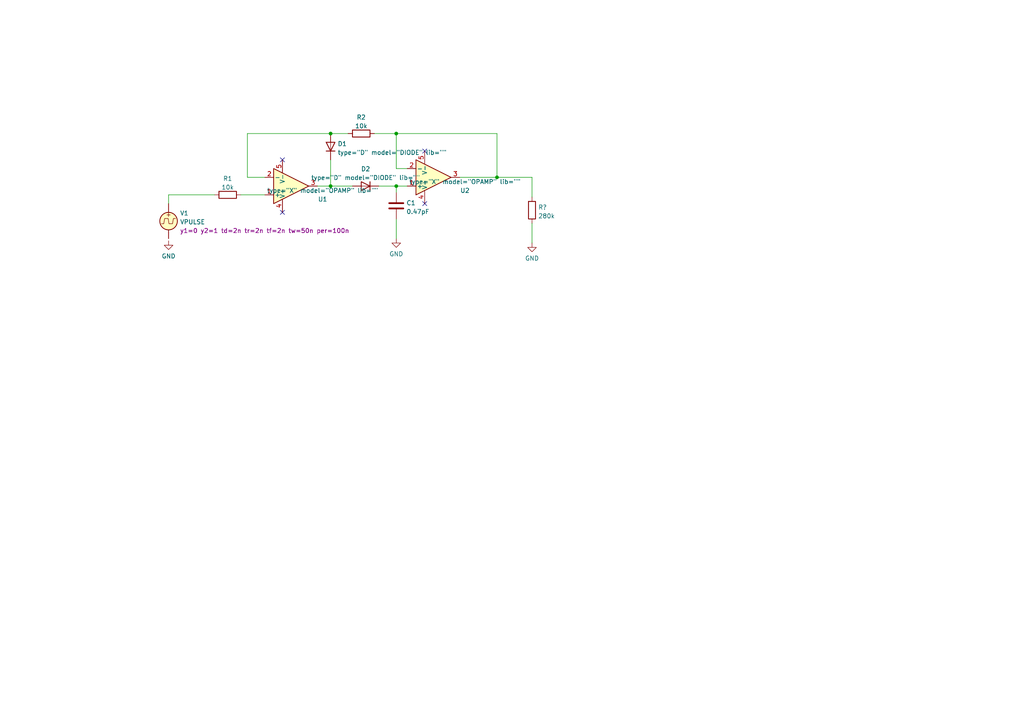
<source format=kicad_sch>
(kicad_sch (version 20211123) (generator eeschema)
  (paper "A4")
  (lib_symbols
    (symbol "Device:C" (pin_numbers hide) (pin_names (offset 0.254))
      (property "Reference" "C" (at 0.635 2.54 0))
      (property "Value" "C" (at 0.635 -2.54 0))
      (symbol "C_0_1"
        (polyline (pts (xy -2.032 -0.762) (xy 2.032 -0.762)) (stroke (width 0.508)))
        (polyline (pts (xy -2.032 0.762) (xy 2.032 0.762)) (stroke (width 0.508)))
      )
      (symbol "C_1_1"
        (pin passive line (at 0 3.81 270) (length 2.794) (name "~") (number "1"))
        (pin passive line (at 0 -3.81 90) (length 2.794) (name "~") (number "2"))
      )
    )
    (symbol "Device:R" (pin_numbers hide) (pin_names (offset 0))
      (property "Reference" "R" (at 2.032 0 90))
      (property "Value" "R" (at 0 0 90))
      (symbol "R_0_1"
        (rectangle (start -1.016 -2.54) (end 1.016 2.54) (stroke (width 0.254)))
      )
      (symbol "R_1_1"
        (pin passive line (at 0 3.81 270) (length 1.27) (name "~") (number "1"))
        (pin passive line (at 0 -3.81 90) (length 1.27) (name "~") (number "2"))
      )
    )
    (symbol "Simulation_SPICE:DIODE" (pin_numbers hide) (pin_names (offset 1.016) hide)
      (property "Reference" "D" (at 0 2.54 0))
      (property "Value" "DIODE" (at 0 -2.54 0))
      (symbol "DIODE_0_1"
        (polyline (pts (xy 1.27 0) (xy -1.27 0)))
        (polyline (pts (xy 1.27 1.27) (xy 1.27 -1.27)) (stroke (width 0.254)))
        (polyline (pts (xy -1.27 -1.27) (xy -1.27 1.27) (xy 1.27 0) (xy -1.27 -1.27)) (stroke (width 0.254)))
      )
      (symbol "DIODE_1_1"
        (pin passive line (at -3.81 0 0) (length 2.54) (name "A") (number "1"))
        (pin passive line (at 3.81 0 180) (length 2.54) (name "K") (number "2"))
      )
    )
    (symbol "Simulation_SPICE:OPAMP" (pin_names (offset 0.254))
      (property "Reference" "U" (at 3.81 3.175 0))
      (property "Value" "OPAMP" (at 3.81 -3.175 0))
      (symbol "OPAMP_0_1"
        (polyline (pts (xy 5.08 0) (xy -5.08 5.08) (xy -5.08 -5.08) (xy 5.08 0)) (stroke (width 0.254)) (fill (type background)))
      )
      (symbol "OPAMP_1_1"
        (pin input line (at -7.62 2.54 0) (length 2.54) (name "+") (number "1"))
        (pin input line (at -7.62 -2.54 0) (length 2.54) (name "-") (number "2"))
        (pin output line (at 7.62 0 180) (length 2.54) (name "~") (number "3"))
        (pin power_in line (at -2.54 7.62 270) (length 3.81) (name "V+") (number "4"))
        (pin power_in line (at -2.54 -7.62 90) (length 3.81) (name "V-") (number "5"))
      )
    )
    (symbol "Simulation_SPICE:VPULSE" (pin_numbers hide) (pin_names (offset 0.0254))
      (property "Reference" "V" (at 2.54 2.54 0))
      (property "Value" "VPULSE" (at 2.54 0 0))
      (property "Spice_Model" "pulse(0 1 2n 2n 2n 50n 100n)" (at 2.54 -2.54 0))
      (symbol "VPULSE_0_0"
        (polyline (pts (xy -2.032 -0.762) (xy -1.397 -0.762) (xy -1.143 0.762) (xy -0.127 0.762) (xy 0.127 -0.762) (xy 1.143 -0.762) (xy 1.397 0.762) (xy 2.032 0.762)))
        (text "+" (at 0 1.905 0) (effects (font (size 1.27 1.27))))
      )
      (symbol "VPULSE_0_1"
        (circle (center 0 0) (radius 2.54) (stroke (width 0.254)) (fill (type background)))
      )
      (symbol "VPULSE_1_1"
        (pin passive line (at 0 5.08 270) (length 2.54) (name "~") (number "1"))
        (pin passive line (at 0 -5.08 90) (length 2.54) (name "~") (number "2"))
      )
    )
    (symbol "power:GND" (power) (pin_names (offset 0))
      (property "Value" "GND" (at 0 -3.81 0))
      (symbol "GND_0_1"
        (polyline (pts (xy 0 0) (xy 0 -1.27) (xy 1.27 -1.27) (xy 0 -2.54) (xy -1.27 -1.27) (xy 0 -1.27)))
      )
      (symbol "GND_1_1"
        (pin power_in line (at 0 0 270) (length 0) hide (name "GND") (number "1"))
      )
    )
  )
  (junction (at 95.885 53.975))
  (junction (at 114.935 53.975))
  (junction (at 95.885 38.735))
  (junction (at 144.145 51.435))
  (junction (at 114.935 38.735))
  (no_connect (at 81.915 61.595))
  (no_connect (at 123.19 59.055))
  (no_connect (at 81.915 46.355))
  (no_connect (at 123.19 43.815))
  (wire (pts (xy 95.885 46.355) (xy 95.885 53.975)))
  (wire (pts (xy 92.075 53.975) (xy 95.885 53.975)))
  (wire (pts (xy 154.305 51.435) (xy 154.305 57.15)))
  (wire (pts (xy 114.935 53.975) (xy 118.11 53.975)))
  (wire (pts (xy 114.935 38.735) (xy 114.935 48.895)))
  (wire (pts (xy 48.895 59.055) (xy 48.895 56.515)))
  (wire (pts (xy 114.935 63.5) (xy 114.935 69.215)))
  (wire (pts (xy 71.755 51.435) (xy 76.835 51.435)))
  (wire (pts (xy 114.935 53.975) (xy 114.935 55.88)))
  (wire (pts (xy 133.35 51.435) (xy 144.145 51.435)))
  (wire (pts (xy 144.145 38.735) (xy 114.935 38.735)))
  (wire (pts (xy 144.145 51.435) (xy 144.145 38.735)))
  (wire (pts (xy 95.885 53.975) (xy 102.235 53.975)))
  (wire (pts (xy 114.935 48.895) (xy 118.11 48.895)))
  (wire (pts (xy 114.935 38.735) (xy 108.585 38.735)))
  (wire (pts (xy 69.85 56.515) (xy 76.835 56.515)))
  (wire (pts (xy 95.885 38.735) (xy 71.755 38.735)))
  (wire (pts (xy 48.895 56.515) (xy 62.23 56.515)))
  (wire (pts (xy 154.305 64.77) (xy 154.305 70.485)))
  (wire (pts (xy 144.145 51.435) (xy 154.305 51.435)))
  (wire (pts (xy 71.755 38.735) (xy 71.755 51.435)))
  (wire (pts (xy 109.855 53.975) (xy 114.935 53.975)))
  (wire (pts (xy 95.885 38.735) (xy 100.965 38.735)))
  (symbol (lib_id "Simulation_SPICE:DIODE") (at 95.885 42.545 270) (unit 1)
    (property "Reference" "D1" (at 97.917 41.7103 90) (effects (justify left)))
    (property "Value" "DIODE" (at 97.917 44.2472 90) (effects (justify left)))
    (property "Spice_Netlist_Enabled" "Y" (effects hide))
    (property "Spice_Primitive" "D" (effects hide))
  )
  (symbol (lib_id "Simulation_SPICE:OPAMP") (at 84.455 53.975 0) (mirror x) (unit 1)
    (property "Reference" "U1" (at 93.5816 57.8017 0))
    (property "Value" "OPAMP" (at 93.5816 55.2648 0))
    (property "Spice_Netlist_Enabled" "Y" (effects hide))
    (property "Spice_Primitive" "X" (effects hide))
  )
  (symbol (lib_id "power:GND") (at 154.305 70.485 0) (unit 1)
    (property "Reference" "#PWR?" (effects hide))
    (property "Value" "GND" (at 154.305 74.9284 0))
  )
  (symbol (lib_id "Device:R") (at 104.775 38.735 270) (unit 1)
    (property "Reference" "R2" (at 104.775 34.0192 90))
    (property "Value" "10k" (at 104.775 36.5561 90))
  )
  (symbol (lib_id "Simulation_SPICE:OPAMP") (at 125.73 51.435 0) (mirror x) (unit 1)
    (property "Reference" "U2" (at 134.8566 55.2617 0))
    (property "Value" "OPAMP" (at 134.8566 52.7248 0))
    (property "Spice_Netlist_Enabled" "Y" (effects hide))
    (property "Spice_Primitive" "X" (effects hide))
  )
  (symbol (lib_id "Device:R") (at 66.04 56.515 270) (unit 1)
    (property "Reference" "R1" (at 66.04 51.7992 90))
    (property "Value" "10k" (at 66.04 54.3361 90))
  )
  (symbol (lib_id "Simulation_SPICE:VPULSE") (at 48.895 64.135 0) (unit 1)
    (property "Reference" "V1" (at 52.197 61.8421 0) (effects (justify left)))
    (property "Value" "VPULSE" (at 52.197 64.379 0) (effects (justify left)))
    (property "Spice_Netlist_Enabled" "Y" (effects hide))
    (property "Spice_Primitive" "V" (effects hide))
    (property "Spice_Model" "pulse(0 1 2n 2n 2n 50n 100n)" (at 52.197 66.9159 0) (effects (justify left)))
  )
  (symbol (lib_id "Simulation_SPICE:DIODE") (at 106.045 53.975 0) (unit 1)
    (property "Reference" "D2" (at 106.045 49.0052 0))
    (property "Value" "DIODE" (at 106.045 51.5421 0))
    (property "Spice_Netlist_Enabled" "Y" (effects hide))
    (property "Spice_Primitive" "D" (effects hide))
  )
  (symbol (lib_id "Device:R") (at 154.305 60.96 180) (unit 1)
    (property "Reference" "R?" (at 156.083 60.1253 0) (effects (justify right)))
    (property "Value" "280k" (at 156.083 62.6622 0) (effects (justify right)))
  )
  (symbol (lib_id "power:GND") (at 48.895 69.85 0) (unit 1)
    (property "Reference" "#PWR01" (effects hide))
    (property "Value" "GND" (at 48.895 74.2934 0))
  )
  (symbol (lib_id "Device:C") (at 114.935 59.69 0) (unit 1)
    (property "Reference" "C1" (at 117.856 58.8553 0) (effects (justify left)))
    (property "Value" "0.47pF" (at 117.856 61.3922 0) (effects (justify left)))
  )
  (symbol (lib_id "power:GND") (at 114.935 69.215 0) (unit 1)
    (property "Reference" "#PWR02" (effects hide))
    (property "Value" "GND" (at 114.935 73.6584 0))
  )
)
</source>
